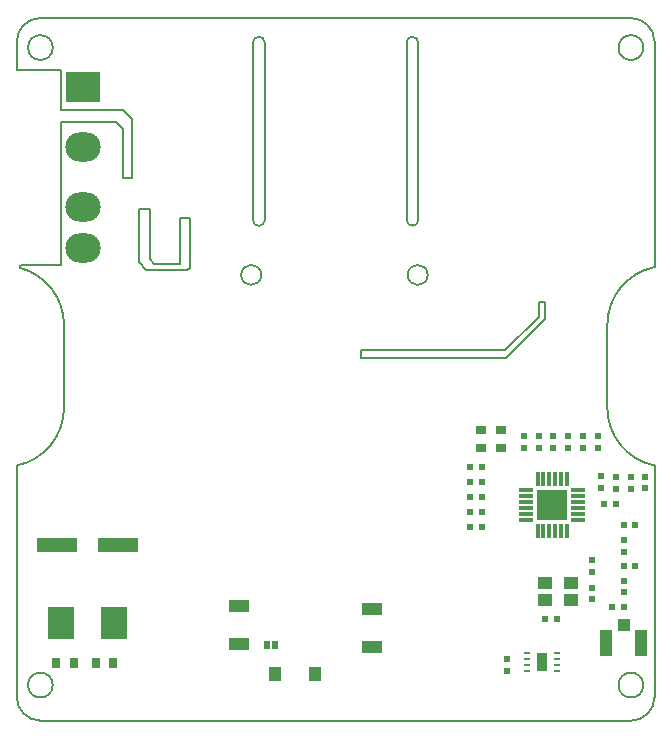
<source format=gtp>
%FSLAX25Y25*%
%MOIN*%
G70*
G01*
G75*
G04 Layer_Color=8421504*
%ADD10C,0.01000*%
%ADD11C,0.00800*%
%ADD12C,0.03000*%
%ADD13C,0.02000*%
%ADD14C,0.04000*%
%ADD15R,0.11811X0.09843*%
%ADD16O,0.11811X0.09843*%
%ADD17R,0.02362X0.02362*%
%ADD18R,0.03347X0.02756*%
%ADD19R,0.09843X0.09843*%
%ADD20R,0.04724X0.01181*%
%ADD21R,0.01181X0.04724*%
%ADD22R,0.02362X0.02362*%
%ADD23R,0.03937X0.04134*%
%ADD24R,0.04134X0.08661*%
%ADD25R,0.04724X0.04331*%
%ADD26R,0.03543X0.06299*%
G04:AMPARAMS|DCode=27|XSize=21.65mil|YSize=9.84mil|CornerRadius=2.46mil|HoleSize=0mil|Usage=FLASHONLY|Rotation=0.000|XOffset=0mil|YOffset=0mil|HoleType=Round|Shape=RoundedRectangle|*
%AMROUNDEDRECTD27*
21,1,0.02165,0.00492,0,0,0.0*
21,1,0.01673,0.00984,0,0,0.0*
1,1,0.00492,0.00837,-0.00246*
1,1,0.00492,-0.00837,-0.00246*
1,1,0.00492,-0.00837,0.00246*
1,1,0.00492,0.00837,0.00246*
%
%ADD27ROUNDEDRECTD27*%
%ADD28R,0.04331X0.04724*%
%ADD29R,0.13780X0.04724*%
%ADD30R,0.08661X0.11024*%
%ADD31R,0.02756X0.03347*%
%ADD32R,0.07087X0.03937*%
%ADD33R,0.01969X0.03150*%
%ADD34R,0.02200X0.06800*%
%ADD35R,0.05000X0.08200*%
%ADD36R,0.19000X0.05200*%
%ADD37R,0.14100X0.20100*%
%ADD38R,0.19200X0.07300*%
%ADD39C,0.00500*%
%ADD40C,0.06000*%
%ADD41R,0.33465X0.07874*%
%ADD42O,0.06000X0.03000*%
%ADD43R,0.06000X0.03000*%
%ADD44R,0.05906X0.05906*%
%ADD45C,0.05906*%
%ADD46R,0.13780X0.35433*%
%ADD47C,0.02000*%
%ADD48C,0.03000*%
%ADD49C,0.04000*%
%ADD50R,0.03937X0.02362*%
%ADD51R,0.03937X0.07299*%
G04:AMPARAMS|DCode=52|XSize=157.48mil|YSize=275.59mil|CornerRadius=0mil|HoleSize=0mil|Usage=FLASHONLY|Rotation=180.000|XOffset=0mil|YOffset=0mil|HoleType=Round|Shape=Octagon|*
%AMOCTAGOND52*
4,1,8,0.03937,-0.13780,-0.03937,-0.13780,-0.07874,-0.09843,-0.07874,0.09843,-0.03937,0.13780,0.03937,0.13780,0.07874,0.09843,0.07874,-0.09843,0.03937,-0.13780,0.0*
%
%ADD52OCTAGOND52*%

%ADD53R,0.03150X0.05512*%
%ADD54R,0.03150X0.05512*%
%ADD55R,0.27200X0.43300*%
%ADD56R,0.13500X0.48000*%
%ADD57R,0.35700X0.14100*%
%ADD58R,0.14000X0.05900*%
%ADD59R,0.20500X0.07100*%
%ADD60R,0.08100X0.16600*%
%ADD61R,0.42700X0.04000*%
%ADD62R,0.26300X0.10800*%
%ADD63R,0.08500X0.52200*%
%ADD64C,0.06299*%
%ADD65C,0.05906*%
%ADD66C,0.07087*%
%ADD67C,0.01500*%
%ADD68C,0.00591*%
%ADD69C,0.00787*%
%ADD70C,0.00600*%
D15*
X-31700Y195400D02*
D03*
D16*
Y175400D02*
D03*
Y155400D02*
D03*
Y142000D02*
D03*
D17*
X139901Y75321D02*
D03*
Y79258D02*
D03*
X135002Y75321D02*
D03*
Y79258D02*
D03*
X130102D02*
D03*
Y75321D02*
D03*
X125201D02*
D03*
Y79258D02*
D03*
X120301Y75321D02*
D03*
Y79258D02*
D03*
X115401Y75321D02*
D03*
Y79258D02*
D03*
X155800Y61700D02*
D03*
Y65637D02*
D03*
X150933Y61600D02*
D03*
Y65537D02*
D03*
X146067Y61600D02*
D03*
Y65537D02*
D03*
X141200Y61800D02*
D03*
Y65737D02*
D03*
X148600Y44600D02*
D03*
Y40663D02*
D03*
X138002Y33821D02*
D03*
Y37758D02*
D03*
X148600Y31000D02*
D03*
Y27063D02*
D03*
X138002Y28621D02*
D03*
Y24684D02*
D03*
X109801Y4721D02*
D03*
Y784D02*
D03*
D18*
X107601Y81226D02*
D03*
Y75321D02*
D03*
X100901Y75221D02*
D03*
Y81126D02*
D03*
D19*
X124800Y56300D02*
D03*
D20*
X116177Y51300D02*
D03*
Y53268D02*
D03*
Y55237D02*
D03*
Y57205D02*
D03*
Y59174D02*
D03*
Y61142D02*
D03*
X133500Y51300D02*
D03*
Y53268D02*
D03*
Y55237D02*
D03*
Y57205D02*
D03*
Y59174D02*
D03*
Y61142D02*
D03*
D21*
X125823Y64883D02*
D03*
X127791D02*
D03*
X129760D02*
D03*
X123854D02*
D03*
X121886D02*
D03*
X119917D02*
D03*
Y47560D02*
D03*
X121886D02*
D03*
X123854D02*
D03*
X125823D02*
D03*
X127791D02*
D03*
X129760D02*
D03*
D22*
X142100Y56500D02*
D03*
X146037D02*
D03*
X152500Y49500D02*
D03*
X148563D02*
D03*
X152500Y36000D02*
D03*
X148563D02*
D03*
X148600Y22200D02*
D03*
X144663D02*
D03*
X122500Y18300D02*
D03*
X126437D02*
D03*
X101337Y68700D02*
D03*
X97400D02*
D03*
X101337Y63750D02*
D03*
X97400D02*
D03*
X101337Y53850D02*
D03*
X97400D02*
D03*
X101337Y48900D02*
D03*
X97400D02*
D03*
X101337Y58800D02*
D03*
X97400D02*
D03*
D23*
X148601Y16123D02*
D03*
D24*
X142795Y10119D02*
D03*
X154409D02*
D03*
D25*
X131032Y24368D02*
D03*
X122371D02*
D03*
X131032Y30273D02*
D03*
X122371D02*
D03*
D26*
X121301Y3821D02*
D03*
D27*
X126420Y6821D02*
D03*
Y4852D02*
D03*
Y2884D02*
D03*
Y915D02*
D03*
X116282D02*
D03*
Y2884D02*
D03*
Y4852D02*
D03*
Y6821D02*
D03*
D28*
X45827Y-100D02*
D03*
X32500D02*
D03*
D29*
X-20043Y42700D02*
D03*
X-40357D02*
D03*
D30*
X-38900Y17000D02*
D03*
X-21183D02*
D03*
D31*
X-27388Y3621D02*
D03*
X-21483D02*
D03*
X-40594D02*
D03*
X-34688D02*
D03*
D32*
X64601Y21616D02*
D03*
Y8821D02*
D03*
X20300Y9805D02*
D03*
Y22600D02*
D03*
D33*
X29600Y9668D02*
D03*
X32553D02*
D03*
D39*
X80160Y210284D02*
G03*
X76223Y210284I-1969J0D01*
G01*
X28979D02*
G03*
X25042Y210284I-1969J0D01*
G01*
Y151229D02*
G03*
X28979Y151229I1969J0D01*
G01*
X-41691Y208661D02*
G03*
X-41691Y208661I-4134J0D01*
G01*
X155160Y-3858D02*
G03*
X155160Y-3858I-4134J0D01*
G01*
X-41691D02*
G03*
X-41691Y-3858I-4134J0D01*
G01*
X-53698Y-7826D02*
G03*
X-45825Y-15700I7874J0D01*
G01*
X151026D02*
G03*
X158900Y-7826I0J7874D01*
G01*
X-53698Y69343D02*
G03*
X-37951Y88631I-3937J19287D01*
G01*
X143152D02*
G03*
X158900Y69343I19685J0D01*
G01*
Y135477D02*
G03*
X143152Y116190I3937J-19287D01*
G01*
X76223Y151229D02*
G03*
X80160Y151229I1969J0D01*
G01*
X27798Y132874D02*
G03*
X27798Y132874I-3347J0D01*
G01*
X83309D02*
G03*
X83309Y132874I-3347J0D01*
G01*
X80160Y210284D02*
G03*
X76223Y210284I-1969J0D01*
G01*
X28979D02*
G03*
X25042Y210284I-1969J0D01*
G01*
Y151229D02*
G03*
X28979Y151229I1969J0D01*
G01*
X-41691Y208661D02*
G03*
X-41691Y208661I-4134J0D01*
G01*
X155160D02*
G03*
X155160Y208661I-4134J0D01*
G01*
X-53698Y-7826D02*
G03*
X-45825Y-15700I7874J0D01*
G01*
X151026D02*
G03*
X158900Y-7826I0J7874D01*
G01*
Y210630D02*
G03*
X151026Y218504I-7874J0D01*
G01*
X-53698Y69343D02*
G03*
X-37951Y88631I-3937J19287D01*
G01*
X143152D02*
G03*
X158900Y69343I19685J0D01*
G01*
Y135477D02*
G03*
X143152Y116190I3937J-19287D01*
G01*
X-37951Y116190D02*
G03*
X-52541Y135204I-19685J0D01*
G01*
X76223Y151229D02*
G03*
X80160Y151229I1969J0D01*
G01*
X-45825Y218504D02*
G03*
X-53698Y210630I0J-7874D01*
G01*
Y201100D02*
Y210630D01*
Y201100D02*
X-39000D01*
X158900Y-7826D02*
Y69343D01*
X143152Y88631D02*
Y116190D01*
X80160Y151229D02*
Y210284D01*
X76223Y151229D02*
Y210284D01*
X28979Y151229D02*
Y210284D01*
X25042Y151229D02*
Y210284D01*
X-37951Y88631D02*
Y116190D01*
X-53698Y-7826D02*
Y69343D01*
X-45825Y218504D02*
X151026D01*
X158900Y-7826D02*
Y69343D01*
Y135477D02*
Y210630D01*
X143152Y88631D02*
Y116190D01*
X80160Y151229D02*
Y210284D01*
X76223Y151229D02*
Y210284D01*
X28979Y151229D02*
Y210284D01*
X25042Y151229D02*
Y210284D01*
X-37951Y88631D02*
Y116190D01*
X61000Y105200D02*
X109400D01*
X122300Y118100D01*
Y124000D01*
X120300D02*
X122300D01*
X120300Y119000D02*
Y124000D01*
X109000Y107700D02*
X120300Y119000D01*
X61000Y107700D02*
X109000D01*
X61000Y105200D02*
Y107700D01*
X-24300Y183900D02*
X-20600D01*
X-18200Y181500D01*
Y165300D02*
Y181500D01*
Y165300D02*
X-15400D01*
Y184900D01*
X-18300Y187800D02*
X-15400Y184900D01*
X-39000Y187800D02*
X-18300D01*
X-39000Y183900D02*
X-24300D01*
X-39000Y187800D02*
Y201100D01*
Y136051D02*
Y183900D01*
X-9300Y138100D02*
Y155000D01*
Y138100D02*
X-7800Y136600D01*
X700D01*
Y151800D01*
X3900D01*
Y135300D02*
Y151800D01*
X3200Y134600D02*
X3900Y135300D01*
X-10500Y134600D02*
X3200D01*
X-13100Y137200D02*
X-10500Y134600D01*
X-13100Y137200D02*
Y155000D01*
X-9300D01*
X-45825Y-15700D02*
X110100D01*
X105412D02*
X151026D01*
X-52541Y135204D02*
Y135714D01*
X-52204Y136051D02*
X-39000D01*
X-52541Y135714D02*
X-52204Y136051D01*
M02*

</source>
